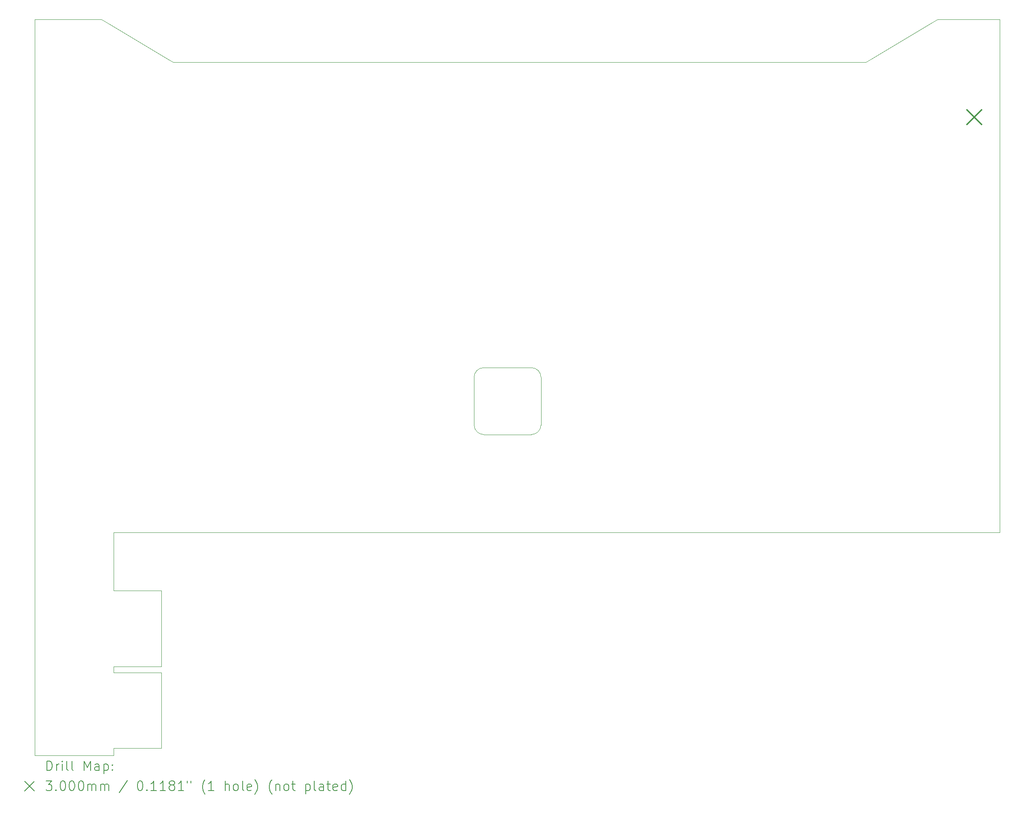
<source format=gbr>
%TF.GenerationSoftware,KiCad,Pcbnew,8.0.5-dirty*%
%TF.CreationDate,2024-10-04T17:55:29+02:00*%
%TF.ProjectId,bottom,626f7474-6f6d-42e6-9b69-6361645f7063,rev?*%
%TF.SameCoordinates,Original*%
%TF.FileFunction,Drillmap*%
%TF.FilePolarity,Positive*%
%FSLAX45Y45*%
G04 Gerber Fmt 4.5, Leading zero omitted, Abs format (unit mm)*
G04 Created by KiCad (PCBNEW 8.0.5-dirty) date 2024-10-04 17:55:29*
%MOMM*%
%LPD*%
G01*
G04 APERTURE LIST*
%ADD10C,0.100000*%
%ADD11C,0.200000*%
%ADD12C,0.300000*%
G04 APERTURE END LIST*
D10*
X7300000Y-2200000D02*
X21800000Y-2200000D01*
X24600000Y-1300000D02*
X23300000Y-1300000D01*
X23300000Y-1300000D02*
X21800000Y-2200000D01*
X5800000Y-1300000D02*
X7300000Y-2200000D01*
X4400000Y-1300000D02*
X5800000Y-1300000D01*
X6050000Y-12049500D02*
X6800000Y-12050000D01*
X24600000Y-12050000D02*
X24600000Y-1300000D01*
X6050000Y-14860000D02*
X6050000Y-14990000D01*
X7050000Y-16575000D02*
X6050000Y-16575000D01*
X6800000Y-12050000D02*
X24600000Y-12050000D01*
X13800000Y-10000000D02*
G75*
G02*
X13600000Y-9800000I0J200000D01*
G01*
X4400000Y-16725000D02*
X4400000Y-12050000D01*
X14800000Y-8600000D02*
G75*
G02*
X15000000Y-8800000I0J-200000D01*
G01*
X7050000Y-14990000D02*
X7050000Y-16575000D01*
X7050000Y-14860000D02*
X6050000Y-14860000D01*
X13800000Y-10000000D02*
X14800000Y-10000000D01*
X6050000Y-13274500D02*
X6050000Y-12049500D01*
X15000000Y-9800000D02*
G75*
G02*
X14800000Y-10000000I-200000J0D01*
G01*
X6050000Y-14990000D02*
X7050000Y-14990000D01*
X4400000Y-12050000D02*
X4400000Y-1300000D01*
X6050000Y-16725000D02*
X4400000Y-16725000D01*
X6050000Y-16575000D02*
X6050000Y-16725000D01*
X13600000Y-9800000D02*
X13600000Y-8800000D01*
X15000000Y-9800000D02*
X15000000Y-8800000D01*
X13600000Y-8800000D02*
G75*
G02*
X13800000Y-8600000I200000J0D01*
G01*
X7050000Y-13275000D02*
X7050000Y-14860000D01*
X13800000Y-8600000D02*
X14800000Y-8600000D01*
X6050000Y-13274500D02*
X7050000Y-13275000D01*
D11*
D12*
X23920000Y-3200000D02*
X24220000Y-3500000D01*
X24220000Y-3200000D02*
X23920000Y-3500000D01*
D11*
X4655777Y-17041484D02*
X4655777Y-16841484D01*
X4655777Y-16841484D02*
X4703396Y-16841484D01*
X4703396Y-16841484D02*
X4731967Y-16851008D01*
X4731967Y-16851008D02*
X4751015Y-16870055D01*
X4751015Y-16870055D02*
X4760539Y-16889103D01*
X4760539Y-16889103D02*
X4770063Y-16927198D01*
X4770063Y-16927198D02*
X4770063Y-16955770D01*
X4770063Y-16955770D02*
X4760539Y-16993865D01*
X4760539Y-16993865D02*
X4751015Y-17012912D01*
X4751015Y-17012912D02*
X4731967Y-17031960D01*
X4731967Y-17031960D02*
X4703396Y-17041484D01*
X4703396Y-17041484D02*
X4655777Y-17041484D01*
X4855777Y-17041484D02*
X4855777Y-16908150D01*
X4855777Y-16946246D02*
X4865301Y-16927198D01*
X4865301Y-16927198D02*
X4874824Y-16917674D01*
X4874824Y-16917674D02*
X4893872Y-16908150D01*
X4893872Y-16908150D02*
X4912920Y-16908150D01*
X4979586Y-17041484D02*
X4979586Y-16908150D01*
X4979586Y-16841484D02*
X4970063Y-16851008D01*
X4970063Y-16851008D02*
X4979586Y-16860531D01*
X4979586Y-16860531D02*
X4989110Y-16851008D01*
X4989110Y-16851008D02*
X4979586Y-16841484D01*
X4979586Y-16841484D02*
X4979586Y-16860531D01*
X5103396Y-17041484D02*
X5084348Y-17031960D01*
X5084348Y-17031960D02*
X5074824Y-17012912D01*
X5074824Y-17012912D02*
X5074824Y-16841484D01*
X5208158Y-17041484D02*
X5189110Y-17031960D01*
X5189110Y-17031960D02*
X5179586Y-17012912D01*
X5179586Y-17012912D02*
X5179586Y-16841484D01*
X5436729Y-17041484D02*
X5436729Y-16841484D01*
X5436729Y-16841484D02*
X5503396Y-16984341D01*
X5503396Y-16984341D02*
X5570063Y-16841484D01*
X5570063Y-16841484D02*
X5570063Y-17041484D01*
X5751015Y-17041484D02*
X5751015Y-16936722D01*
X5751015Y-16936722D02*
X5741491Y-16917674D01*
X5741491Y-16917674D02*
X5722443Y-16908150D01*
X5722443Y-16908150D02*
X5684348Y-16908150D01*
X5684348Y-16908150D02*
X5665301Y-16917674D01*
X5751015Y-17031960D02*
X5731967Y-17041484D01*
X5731967Y-17041484D02*
X5684348Y-17041484D01*
X5684348Y-17041484D02*
X5665301Y-17031960D01*
X5665301Y-17031960D02*
X5655777Y-17012912D01*
X5655777Y-17012912D02*
X5655777Y-16993865D01*
X5655777Y-16993865D02*
X5665301Y-16974817D01*
X5665301Y-16974817D02*
X5684348Y-16965293D01*
X5684348Y-16965293D02*
X5731967Y-16965293D01*
X5731967Y-16965293D02*
X5751015Y-16955770D01*
X5846253Y-16908150D02*
X5846253Y-17108150D01*
X5846253Y-16917674D02*
X5865301Y-16908150D01*
X5865301Y-16908150D02*
X5903396Y-16908150D01*
X5903396Y-16908150D02*
X5922443Y-16917674D01*
X5922443Y-16917674D02*
X5931967Y-16927198D01*
X5931967Y-16927198D02*
X5941491Y-16946246D01*
X5941491Y-16946246D02*
X5941491Y-17003389D01*
X5941491Y-17003389D02*
X5931967Y-17022436D01*
X5931967Y-17022436D02*
X5922443Y-17031960D01*
X5922443Y-17031960D02*
X5903396Y-17041484D01*
X5903396Y-17041484D02*
X5865301Y-17041484D01*
X5865301Y-17041484D02*
X5846253Y-17031960D01*
X6027205Y-17022436D02*
X6036729Y-17031960D01*
X6036729Y-17031960D02*
X6027205Y-17041484D01*
X6027205Y-17041484D02*
X6017682Y-17031960D01*
X6017682Y-17031960D02*
X6027205Y-17022436D01*
X6027205Y-17022436D02*
X6027205Y-17041484D01*
X6027205Y-16917674D02*
X6036729Y-16927198D01*
X6036729Y-16927198D02*
X6027205Y-16936722D01*
X6027205Y-16936722D02*
X6017682Y-16927198D01*
X6017682Y-16927198D02*
X6027205Y-16917674D01*
X6027205Y-16917674D02*
X6027205Y-16936722D01*
X4195000Y-17270000D02*
X4395000Y-17470000D01*
X4395000Y-17270000D02*
X4195000Y-17470000D01*
X4636729Y-17261484D02*
X4760539Y-17261484D01*
X4760539Y-17261484D02*
X4693872Y-17337674D01*
X4693872Y-17337674D02*
X4722444Y-17337674D01*
X4722444Y-17337674D02*
X4741491Y-17347198D01*
X4741491Y-17347198D02*
X4751015Y-17356722D01*
X4751015Y-17356722D02*
X4760539Y-17375770D01*
X4760539Y-17375770D02*
X4760539Y-17423389D01*
X4760539Y-17423389D02*
X4751015Y-17442436D01*
X4751015Y-17442436D02*
X4741491Y-17451960D01*
X4741491Y-17451960D02*
X4722444Y-17461484D01*
X4722444Y-17461484D02*
X4665301Y-17461484D01*
X4665301Y-17461484D02*
X4646253Y-17451960D01*
X4646253Y-17451960D02*
X4636729Y-17442436D01*
X4846253Y-17442436D02*
X4855777Y-17451960D01*
X4855777Y-17451960D02*
X4846253Y-17461484D01*
X4846253Y-17461484D02*
X4836729Y-17451960D01*
X4836729Y-17451960D02*
X4846253Y-17442436D01*
X4846253Y-17442436D02*
X4846253Y-17461484D01*
X4979586Y-17261484D02*
X4998634Y-17261484D01*
X4998634Y-17261484D02*
X5017682Y-17271008D01*
X5017682Y-17271008D02*
X5027205Y-17280531D01*
X5027205Y-17280531D02*
X5036729Y-17299579D01*
X5036729Y-17299579D02*
X5046253Y-17337674D01*
X5046253Y-17337674D02*
X5046253Y-17385293D01*
X5046253Y-17385293D02*
X5036729Y-17423389D01*
X5036729Y-17423389D02*
X5027205Y-17442436D01*
X5027205Y-17442436D02*
X5017682Y-17451960D01*
X5017682Y-17451960D02*
X4998634Y-17461484D01*
X4998634Y-17461484D02*
X4979586Y-17461484D01*
X4979586Y-17461484D02*
X4960539Y-17451960D01*
X4960539Y-17451960D02*
X4951015Y-17442436D01*
X4951015Y-17442436D02*
X4941491Y-17423389D01*
X4941491Y-17423389D02*
X4931967Y-17385293D01*
X4931967Y-17385293D02*
X4931967Y-17337674D01*
X4931967Y-17337674D02*
X4941491Y-17299579D01*
X4941491Y-17299579D02*
X4951015Y-17280531D01*
X4951015Y-17280531D02*
X4960539Y-17271008D01*
X4960539Y-17271008D02*
X4979586Y-17261484D01*
X5170063Y-17261484D02*
X5189110Y-17261484D01*
X5189110Y-17261484D02*
X5208158Y-17271008D01*
X5208158Y-17271008D02*
X5217682Y-17280531D01*
X5217682Y-17280531D02*
X5227205Y-17299579D01*
X5227205Y-17299579D02*
X5236729Y-17337674D01*
X5236729Y-17337674D02*
X5236729Y-17385293D01*
X5236729Y-17385293D02*
X5227205Y-17423389D01*
X5227205Y-17423389D02*
X5217682Y-17442436D01*
X5217682Y-17442436D02*
X5208158Y-17451960D01*
X5208158Y-17451960D02*
X5189110Y-17461484D01*
X5189110Y-17461484D02*
X5170063Y-17461484D01*
X5170063Y-17461484D02*
X5151015Y-17451960D01*
X5151015Y-17451960D02*
X5141491Y-17442436D01*
X5141491Y-17442436D02*
X5131967Y-17423389D01*
X5131967Y-17423389D02*
X5122444Y-17385293D01*
X5122444Y-17385293D02*
X5122444Y-17337674D01*
X5122444Y-17337674D02*
X5131967Y-17299579D01*
X5131967Y-17299579D02*
X5141491Y-17280531D01*
X5141491Y-17280531D02*
X5151015Y-17271008D01*
X5151015Y-17271008D02*
X5170063Y-17261484D01*
X5360539Y-17261484D02*
X5379586Y-17261484D01*
X5379586Y-17261484D02*
X5398634Y-17271008D01*
X5398634Y-17271008D02*
X5408158Y-17280531D01*
X5408158Y-17280531D02*
X5417682Y-17299579D01*
X5417682Y-17299579D02*
X5427205Y-17337674D01*
X5427205Y-17337674D02*
X5427205Y-17385293D01*
X5427205Y-17385293D02*
X5417682Y-17423389D01*
X5417682Y-17423389D02*
X5408158Y-17442436D01*
X5408158Y-17442436D02*
X5398634Y-17451960D01*
X5398634Y-17451960D02*
X5379586Y-17461484D01*
X5379586Y-17461484D02*
X5360539Y-17461484D01*
X5360539Y-17461484D02*
X5341491Y-17451960D01*
X5341491Y-17451960D02*
X5331967Y-17442436D01*
X5331967Y-17442436D02*
X5322444Y-17423389D01*
X5322444Y-17423389D02*
X5312920Y-17385293D01*
X5312920Y-17385293D02*
X5312920Y-17337674D01*
X5312920Y-17337674D02*
X5322444Y-17299579D01*
X5322444Y-17299579D02*
X5331967Y-17280531D01*
X5331967Y-17280531D02*
X5341491Y-17271008D01*
X5341491Y-17271008D02*
X5360539Y-17261484D01*
X5512920Y-17461484D02*
X5512920Y-17328150D01*
X5512920Y-17347198D02*
X5522444Y-17337674D01*
X5522444Y-17337674D02*
X5541491Y-17328150D01*
X5541491Y-17328150D02*
X5570063Y-17328150D01*
X5570063Y-17328150D02*
X5589110Y-17337674D01*
X5589110Y-17337674D02*
X5598634Y-17356722D01*
X5598634Y-17356722D02*
X5598634Y-17461484D01*
X5598634Y-17356722D02*
X5608158Y-17337674D01*
X5608158Y-17337674D02*
X5627205Y-17328150D01*
X5627205Y-17328150D02*
X5655777Y-17328150D01*
X5655777Y-17328150D02*
X5674824Y-17337674D01*
X5674824Y-17337674D02*
X5684348Y-17356722D01*
X5684348Y-17356722D02*
X5684348Y-17461484D01*
X5779586Y-17461484D02*
X5779586Y-17328150D01*
X5779586Y-17347198D02*
X5789110Y-17337674D01*
X5789110Y-17337674D02*
X5808158Y-17328150D01*
X5808158Y-17328150D02*
X5836729Y-17328150D01*
X5836729Y-17328150D02*
X5855777Y-17337674D01*
X5855777Y-17337674D02*
X5865301Y-17356722D01*
X5865301Y-17356722D02*
X5865301Y-17461484D01*
X5865301Y-17356722D02*
X5874824Y-17337674D01*
X5874824Y-17337674D02*
X5893872Y-17328150D01*
X5893872Y-17328150D02*
X5922443Y-17328150D01*
X5922443Y-17328150D02*
X5941491Y-17337674D01*
X5941491Y-17337674D02*
X5951015Y-17356722D01*
X5951015Y-17356722D02*
X5951015Y-17461484D01*
X6341491Y-17251960D02*
X6170063Y-17509103D01*
X6598634Y-17261484D02*
X6617682Y-17261484D01*
X6617682Y-17261484D02*
X6636729Y-17271008D01*
X6636729Y-17271008D02*
X6646253Y-17280531D01*
X6646253Y-17280531D02*
X6655777Y-17299579D01*
X6655777Y-17299579D02*
X6665301Y-17337674D01*
X6665301Y-17337674D02*
X6665301Y-17385293D01*
X6665301Y-17385293D02*
X6655777Y-17423389D01*
X6655777Y-17423389D02*
X6646253Y-17442436D01*
X6646253Y-17442436D02*
X6636729Y-17451960D01*
X6636729Y-17451960D02*
X6617682Y-17461484D01*
X6617682Y-17461484D02*
X6598634Y-17461484D01*
X6598634Y-17461484D02*
X6579586Y-17451960D01*
X6579586Y-17451960D02*
X6570063Y-17442436D01*
X6570063Y-17442436D02*
X6560539Y-17423389D01*
X6560539Y-17423389D02*
X6551015Y-17385293D01*
X6551015Y-17385293D02*
X6551015Y-17337674D01*
X6551015Y-17337674D02*
X6560539Y-17299579D01*
X6560539Y-17299579D02*
X6570063Y-17280531D01*
X6570063Y-17280531D02*
X6579586Y-17271008D01*
X6579586Y-17271008D02*
X6598634Y-17261484D01*
X6751015Y-17442436D02*
X6760539Y-17451960D01*
X6760539Y-17451960D02*
X6751015Y-17461484D01*
X6751015Y-17461484D02*
X6741491Y-17451960D01*
X6741491Y-17451960D02*
X6751015Y-17442436D01*
X6751015Y-17442436D02*
X6751015Y-17461484D01*
X6951015Y-17461484D02*
X6836729Y-17461484D01*
X6893872Y-17461484D02*
X6893872Y-17261484D01*
X6893872Y-17261484D02*
X6874825Y-17290055D01*
X6874825Y-17290055D02*
X6855777Y-17309103D01*
X6855777Y-17309103D02*
X6836729Y-17318627D01*
X7141491Y-17461484D02*
X7027206Y-17461484D01*
X7084348Y-17461484D02*
X7084348Y-17261484D01*
X7084348Y-17261484D02*
X7065301Y-17290055D01*
X7065301Y-17290055D02*
X7046253Y-17309103D01*
X7046253Y-17309103D02*
X7027206Y-17318627D01*
X7255777Y-17347198D02*
X7236729Y-17337674D01*
X7236729Y-17337674D02*
X7227206Y-17328150D01*
X7227206Y-17328150D02*
X7217682Y-17309103D01*
X7217682Y-17309103D02*
X7217682Y-17299579D01*
X7217682Y-17299579D02*
X7227206Y-17280531D01*
X7227206Y-17280531D02*
X7236729Y-17271008D01*
X7236729Y-17271008D02*
X7255777Y-17261484D01*
X7255777Y-17261484D02*
X7293872Y-17261484D01*
X7293872Y-17261484D02*
X7312920Y-17271008D01*
X7312920Y-17271008D02*
X7322444Y-17280531D01*
X7322444Y-17280531D02*
X7331967Y-17299579D01*
X7331967Y-17299579D02*
X7331967Y-17309103D01*
X7331967Y-17309103D02*
X7322444Y-17328150D01*
X7322444Y-17328150D02*
X7312920Y-17337674D01*
X7312920Y-17337674D02*
X7293872Y-17347198D01*
X7293872Y-17347198D02*
X7255777Y-17347198D01*
X7255777Y-17347198D02*
X7236729Y-17356722D01*
X7236729Y-17356722D02*
X7227206Y-17366246D01*
X7227206Y-17366246D02*
X7217682Y-17385293D01*
X7217682Y-17385293D02*
X7217682Y-17423389D01*
X7217682Y-17423389D02*
X7227206Y-17442436D01*
X7227206Y-17442436D02*
X7236729Y-17451960D01*
X7236729Y-17451960D02*
X7255777Y-17461484D01*
X7255777Y-17461484D02*
X7293872Y-17461484D01*
X7293872Y-17461484D02*
X7312920Y-17451960D01*
X7312920Y-17451960D02*
X7322444Y-17442436D01*
X7322444Y-17442436D02*
X7331967Y-17423389D01*
X7331967Y-17423389D02*
X7331967Y-17385293D01*
X7331967Y-17385293D02*
X7322444Y-17366246D01*
X7322444Y-17366246D02*
X7312920Y-17356722D01*
X7312920Y-17356722D02*
X7293872Y-17347198D01*
X7522444Y-17461484D02*
X7408158Y-17461484D01*
X7465301Y-17461484D02*
X7465301Y-17261484D01*
X7465301Y-17261484D02*
X7446253Y-17290055D01*
X7446253Y-17290055D02*
X7427206Y-17309103D01*
X7427206Y-17309103D02*
X7408158Y-17318627D01*
X7598634Y-17261484D02*
X7598634Y-17299579D01*
X7674825Y-17261484D02*
X7674825Y-17299579D01*
X7970063Y-17537674D02*
X7960539Y-17528150D01*
X7960539Y-17528150D02*
X7941491Y-17499579D01*
X7941491Y-17499579D02*
X7931968Y-17480531D01*
X7931968Y-17480531D02*
X7922444Y-17451960D01*
X7922444Y-17451960D02*
X7912920Y-17404341D01*
X7912920Y-17404341D02*
X7912920Y-17366246D01*
X7912920Y-17366246D02*
X7922444Y-17318627D01*
X7922444Y-17318627D02*
X7931968Y-17290055D01*
X7931968Y-17290055D02*
X7941491Y-17271008D01*
X7941491Y-17271008D02*
X7960539Y-17242436D01*
X7960539Y-17242436D02*
X7970063Y-17232912D01*
X8151015Y-17461484D02*
X8036729Y-17461484D01*
X8093872Y-17461484D02*
X8093872Y-17261484D01*
X8093872Y-17261484D02*
X8074825Y-17290055D01*
X8074825Y-17290055D02*
X8055777Y-17309103D01*
X8055777Y-17309103D02*
X8036729Y-17318627D01*
X8389111Y-17461484D02*
X8389111Y-17261484D01*
X8474825Y-17461484D02*
X8474825Y-17356722D01*
X8474825Y-17356722D02*
X8465301Y-17337674D01*
X8465301Y-17337674D02*
X8446253Y-17328150D01*
X8446253Y-17328150D02*
X8417682Y-17328150D01*
X8417682Y-17328150D02*
X8398634Y-17337674D01*
X8398634Y-17337674D02*
X8389111Y-17347198D01*
X8598634Y-17461484D02*
X8579587Y-17451960D01*
X8579587Y-17451960D02*
X8570063Y-17442436D01*
X8570063Y-17442436D02*
X8560539Y-17423389D01*
X8560539Y-17423389D02*
X8560539Y-17366246D01*
X8560539Y-17366246D02*
X8570063Y-17347198D01*
X8570063Y-17347198D02*
X8579587Y-17337674D01*
X8579587Y-17337674D02*
X8598634Y-17328150D01*
X8598634Y-17328150D02*
X8627206Y-17328150D01*
X8627206Y-17328150D02*
X8646253Y-17337674D01*
X8646253Y-17337674D02*
X8655777Y-17347198D01*
X8655777Y-17347198D02*
X8665301Y-17366246D01*
X8665301Y-17366246D02*
X8665301Y-17423389D01*
X8665301Y-17423389D02*
X8655777Y-17442436D01*
X8655777Y-17442436D02*
X8646253Y-17451960D01*
X8646253Y-17451960D02*
X8627206Y-17461484D01*
X8627206Y-17461484D02*
X8598634Y-17461484D01*
X8779587Y-17461484D02*
X8760539Y-17451960D01*
X8760539Y-17451960D02*
X8751015Y-17432912D01*
X8751015Y-17432912D02*
X8751015Y-17261484D01*
X8931968Y-17451960D02*
X8912920Y-17461484D01*
X8912920Y-17461484D02*
X8874825Y-17461484D01*
X8874825Y-17461484D02*
X8855777Y-17451960D01*
X8855777Y-17451960D02*
X8846253Y-17432912D01*
X8846253Y-17432912D02*
X8846253Y-17356722D01*
X8846253Y-17356722D02*
X8855777Y-17337674D01*
X8855777Y-17337674D02*
X8874825Y-17328150D01*
X8874825Y-17328150D02*
X8912920Y-17328150D01*
X8912920Y-17328150D02*
X8931968Y-17337674D01*
X8931968Y-17337674D02*
X8941492Y-17356722D01*
X8941492Y-17356722D02*
X8941492Y-17375770D01*
X8941492Y-17375770D02*
X8846253Y-17394817D01*
X9008158Y-17537674D02*
X9017682Y-17528150D01*
X9017682Y-17528150D02*
X9036730Y-17499579D01*
X9036730Y-17499579D02*
X9046253Y-17480531D01*
X9046253Y-17480531D02*
X9055777Y-17451960D01*
X9055777Y-17451960D02*
X9065301Y-17404341D01*
X9065301Y-17404341D02*
X9065301Y-17366246D01*
X9065301Y-17366246D02*
X9055777Y-17318627D01*
X9055777Y-17318627D02*
X9046253Y-17290055D01*
X9046253Y-17290055D02*
X9036730Y-17271008D01*
X9036730Y-17271008D02*
X9017682Y-17242436D01*
X9017682Y-17242436D02*
X9008158Y-17232912D01*
X9370063Y-17537674D02*
X9360539Y-17528150D01*
X9360539Y-17528150D02*
X9341492Y-17499579D01*
X9341492Y-17499579D02*
X9331968Y-17480531D01*
X9331968Y-17480531D02*
X9322444Y-17451960D01*
X9322444Y-17451960D02*
X9312920Y-17404341D01*
X9312920Y-17404341D02*
X9312920Y-17366246D01*
X9312920Y-17366246D02*
X9322444Y-17318627D01*
X9322444Y-17318627D02*
X9331968Y-17290055D01*
X9331968Y-17290055D02*
X9341492Y-17271008D01*
X9341492Y-17271008D02*
X9360539Y-17242436D01*
X9360539Y-17242436D02*
X9370063Y-17232912D01*
X9446253Y-17328150D02*
X9446253Y-17461484D01*
X9446253Y-17347198D02*
X9455777Y-17337674D01*
X9455777Y-17337674D02*
X9474825Y-17328150D01*
X9474825Y-17328150D02*
X9503396Y-17328150D01*
X9503396Y-17328150D02*
X9522444Y-17337674D01*
X9522444Y-17337674D02*
X9531968Y-17356722D01*
X9531968Y-17356722D02*
X9531968Y-17461484D01*
X9655777Y-17461484D02*
X9636730Y-17451960D01*
X9636730Y-17451960D02*
X9627206Y-17442436D01*
X9627206Y-17442436D02*
X9617682Y-17423389D01*
X9617682Y-17423389D02*
X9617682Y-17366246D01*
X9617682Y-17366246D02*
X9627206Y-17347198D01*
X9627206Y-17347198D02*
X9636730Y-17337674D01*
X9636730Y-17337674D02*
X9655777Y-17328150D01*
X9655777Y-17328150D02*
X9684349Y-17328150D01*
X9684349Y-17328150D02*
X9703396Y-17337674D01*
X9703396Y-17337674D02*
X9712920Y-17347198D01*
X9712920Y-17347198D02*
X9722444Y-17366246D01*
X9722444Y-17366246D02*
X9722444Y-17423389D01*
X9722444Y-17423389D02*
X9712920Y-17442436D01*
X9712920Y-17442436D02*
X9703396Y-17451960D01*
X9703396Y-17451960D02*
X9684349Y-17461484D01*
X9684349Y-17461484D02*
X9655777Y-17461484D01*
X9779587Y-17328150D02*
X9855777Y-17328150D01*
X9808158Y-17261484D02*
X9808158Y-17432912D01*
X9808158Y-17432912D02*
X9817682Y-17451960D01*
X9817682Y-17451960D02*
X9836730Y-17461484D01*
X9836730Y-17461484D02*
X9855777Y-17461484D01*
X10074825Y-17328150D02*
X10074825Y-17528150D01*
X10074825Y-17337674D02*
X10093873Y-17328150D01*
X10093873Y-17328150D02*
X10131968Y-17328150D01*
X10131968Y-17328150D02*
X10151015Y-17337674D01*
X10151015Y-17337674D02*
X10160539Y-17347198D01*
X10160539Y-17347198D02*
X10170063Y-17366246D01*
X10170063Y-17366246D02*
X10170063Y-17423389D01*
X10170063Y-17423389D02*
X10160539Y-17442436D01*
X10160539Y-17442436D02*
X10151015Y-17451960D01*
X10151015Y-17451960D02*
X10131968Y-17461484D01*
X10131968Y-17461484D02*
X10093873Y-17461484D01*
X10093873Y-17461484D02*
X10074825Y-17451960D01*
X10284349Y-17461484D02*
X10265301Y-17451960D01*
X10265301Y-17451960D02*
X10255777Y-17432912D01*
X10255777Y-17432912D02*
X10255777Y-17261484D01*
X10446254Y-17461484D02*
X10446254Y-17356722D01*
X10446254Y-17356722D02*
X10436730Y-17337674D01*
X10436730Y-17337674D02*
X10417682Y-17328150D01*
X10417682Y-17328150D02*
X10379587Y-17328150D01*
X10379587Y-17328150D02*
X10360539Y-17337674D01*
X10446254Y-17451960D02*
X10427206Y-17461484D01*
X10427206Y-17461484D02*
X10379587Y-17461484D01*
X10379587Y-17461484D02*
X10360539Y-17451960D01*
X10360539Y-17451960D02*
X10351015Y-17432912D01*
X10351015Y-17432912D02*
X10351015Y-17413865D01*
X10351015Y-17413865D02*
X10360539Y-17394817D01*
X10360539Y-17394817D02*
X10379587Y-17385293D01*
X10379587Y-17385293D02*
X10427206Y-17385293D01*
X10427206Y-17385293D02*
X10446254Y-17375770D01*
X10512920Y-17328150D02*
X10589111Y-17328150D01*
X10541492Y-17261484D02*
X10541492Y-17432912D01*
X10541492Y-17432912D02*
X10551015Y-17451960D01*
X10551015Y-17451960D02*
X10570063Y-17461484D01*
X10570063Y-17461484D02*
X10589111Y-17461484D01*
X10731968Y-17451960D02*
X10712920Y-17461484D01*
X10712920Y-17461484D02*
X10674825Y-17461484D01*
X10674825Y-17461484D02*
X10655777Y-17451960D01*
X10655777Y-17451960D02*
X10646254Y-17432912D01*
X10646254Y-17432912D02*
X10646254Y-17356722D01*
X10646254Y-17356722D02*
X10655777Y-17337674D01*
X10655777Y-17337674D02*
X10674825Y-17328150D01*
X10674825Y-17328150D02*
X10712920Y-17328150D01*
X10712920Y-17328150D02*
X10731968Y-17337674D01*
X10731968Y-17337674D02*
X10741492Y-17356722D01*
X10741492Y-17356722D02*
X10741492Y-17375770D01*
X10741492Y-17375770D02*
X10646254Y-17394817D01*
X10912920Y-17461484D02*
X10912920Y-17261484D01*
X10912920Y-17451960D02*
X10893873Y-17461484D01*
X10893873Y-17461484D02*
X10855777Y-17461484D01*
X10855777Y-17461484D02*
X10836730Y-17451960D01*
X10836730Y-17451960D02*
X10827206Y-17442436D01*
X10827206Y-17442436D02*
X10817682Y-17423389D01*
X10817682Y-17423389D02*
X10817682Y-17366246D01*
X10817682Y-17366246D02*
X10827206Y-17347198D01*
X10827206Y-17347198D02*
X10836730Y-17337674D01*
X10836730Y-17337674D02*
X10855777Y-17328150D01*
X10855777Y-17328150D02*
X10893873Y-17328150D01*
X10893873Y-17328150D02*
X10912920Y-17337674D01*
X10989111Y-17537674D02*
X10998635Y-17528150D01*
X10998635Y-17528150D02*
X11017682Y-17499579D01*
X11017682Y-17499579D02*
X11027206Y-17480531D01*
X11027206Y-17480531D02*
X11036730Y-17451960D01*
X11036730Y-17451960D02*
X11046254Y-17404341D01*
X11046254Y-17404341D02*
X11046254Y-17366246D01*
X11046254Y-17366246D02*
X11036730Y-17318627D01*
X11036730Y-17318627D02*
X11027206Y-17290055D01*
X11027206Y-17290055D02*
X11017682Y-17271008D01*
X11017682Y-17271008D02*
X10998635Y-17242436D01*
X10998635Y-17242436D02*
X10989111Y-17232912D01*
M02*

</source>
